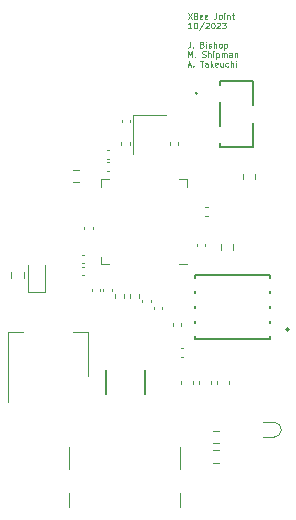
<source format=gbr>
%TF.GenerationSoftware,KiCad,Pcbnew,7.0.2*%
%TF.CreationDate,2023-10-19T19:02:44-04:00*%
%TF.ProjectId,XBee_Joint,58426565-5f4a-46f6-996e-742e6b696361,rev?*%
%TF.SameCoordinates,Original*%
%TF.FileFunction,Legend,Top*%
%TF.FilePolarity,Positive*%
%FSLAX46Y46*%
G04 Gerber Fmt 4.6, Leading zero omitted, Abs format (unit mm)*
G04 Created by KiCad (PCBNEW 7.0.2) date 2023-10-19 19:02:44*
%MOMM*%
%LPD*%
G01*
G04 APERTURE LIST*
%ADD10C,0.125000*%
%ADD11C,0.152400*%
%ADD12C,0.120000*%
%ADD13C,0.100000*%
G04 APERTURE END LIST*
D10*
X82691428Y-107648809D02*
X83024761Y-108148809D01*
X83024761Y-107648809D02*
X82691428Y-108148809D01*
X83381904Y-107886904D02*
X83453332Y-107910714D01*
X83453332Y-107910714D02*
X83477142Y-107934523D01*
X83477142Y-107934523D02*
X83500951Y-107982142D01*
X83500951Y-107982142D02*
X83500951Y-108053571D01*
X83500951Y-108053571D02*
X83477142Y-108101190D01*
X83477142Y-108101190D02*
X83453332Y-108125000D01*
X83453332Y-108125000D02*
X83405713Y-108148809D01*
X83405713Y-108148809D02*
X83215237Y-108148809D01*
X83215237Y-108148809D02*
X83215237Y-107648809D01*
X83215237Y-107648809D02*
X83381904Y-107648809D01*
X83381904Y-107648809D02*
X83429523Y-107672619D01*
X83429523Y-107672619D02*
X83453332Y-107696428D01*
X83453332Y-107696428D02*
X83477142Y-107744047D01*
X83477142Y-107744047D02*
X83477142Y-107791666D01*
X83477142Y-107791666D02*
X83453332Y-107839285D01*
X83453332Y-107839285D02*
X83429523Y-107863095D01*
X83429523Y-107863095D02*
X83381904Y-107886904D01*
X83381904Y-107886904D02*
X83215237Y-107886904D01*
X83905713Y-108125000D02*
X83858094Y-108148809D01*
X83858094Y-108148809D02*
X83762856Y-108148809D01*
X83762856Y-108148809D02*
X83715237Y-108125000D01*
X83715237Y-108125000D02*
X83691428Y-108077380D01*
X83691428Y-108077380D02*
X83691428Y-107886904D01*
X83691428Y-107886904D02*
X83715237Y-107839285D01*
X83715237Y-107839285D02*
X83762856Y-107815476D01*
X83762856Y-107815476D02*
X83858094Y-107815476D01*
X83858094Y-107815476D02*
X83905713Y-107839285D01*
X83905713Y-107839285D02*
X83929523Y-107886904D01*
X83929523Y-107886904D02*
X83929523Y-107934523D01*
X83929523Y-107934523D02*
X83691428Y-107982142D01*
X84334284Y-108125000D02*
X84286665Y-108148809D01*
X84286665Y-108148809D02*
X84191427Y-108148809D01*
X84191427Y-108148809D02*
X84143808Y-108125000D01*
X84143808Y-108125000D02*
X84119999Y-108077380D01*
X84119999Y-108077380D02*
X84119999Y-107886904D01*
X84119999Y-107886904D02*
X84143808Y-107839285D01*
X84143808Y-107839285D02*
X84191427Y-107815476D01*
X84191427Y-107815476D02*
X84286665Y-107815476D01*
X84286665Y-107815476D02*
X84334284Y-107839285D01*
X84334284Y-107839285D02*
X84358094Y-107886904D01*
X84358094Y-107886904D02*
X84358094Y-107934523D01*
X84358094Y-107934523D02*
X84119999Y-107982142D01*
X85096188Y-107648809D02*
X85096188Y-108005952D01*
X85096188Y-108005952D02*
X85072379Y-108077380D01*
X85072379Y-108077380D02*
X85024760Y-108125000D01*
X85024760Y-108125000D02*
X84953331Y-108148809D01*
X84953331Y-108148809D02*
X84905712Y-108148809D01*
X85405712Y-108148809D02*
X85358093Y-108125000D01*
X85358093Y-108125000D02*
X85334283Y-108101190D01*
X85334283Y-108101190D02*
X85310474Y-108053571D01*
X85310474Y-108053571D02*
X85310474Y-107910714D01*
X85310474Y-107910714D02*
X85334283Y-107863095D01*
X85334283Y-107863095D02*
X85358093Y-107839285D01*
X85358093Y-107839285D02*
X85405712Y-107815476D01*
X85405712Y-107815476D02*
X85477140Y-107815476D01*
X85477140Y-107815476D02*
X85524759Y-107839285D01*
X85524759Y-107839285D02*
X85548569Y-107863095D01*
X85548569Y-107863095D02*
X85572378Y-107910714D01*
X85572378Y-107910714D02*
X85572378Y-108053571D01*
X85572378Y-108053571D02*
X85548569Y-108101190D01*
X85548569Y-108101190D02*
X85524759Y-108125000D01*
X85524759Y-108125000D02*
X85477140Y-108148809D01*
X85477140Y-108148809D02*
X85405712Y-108148809D01*
X85786664Y-108148809D02*
X85786664Y-107815476D01*
X85786664Y-107648809D02*
X85762855Y-107672619D01*
X85762855Y-107672619D02*
X85786664Y-107696428D01*
X85786664Y-107696428D02*
X85810474Y-107672619D01*
X85810474Y-107672619D02*
X85786664Y-107648809D01*
X85786664Y-107648809D02*
X85786664Y-107696428D01*
X86024759Y-107815476D02*
X86024759Y-108148809D01*
X86024759Y-107863095D02*
X86048569Y-107839285D01*
X86048569Y-107839285D02*
X86096188Y-107815476D01*
X86096188Y-107815476D02*
X86167616Y-107815476D01*
X86167616Y-107815476D02*
X86215235Y-107839285D01*
X86215235Y-107839285D02*
X86239045Y-107886904D01*
X86239045Y-107886904D02*
X86239045Y-108148809D01*
X86405712Y-107815476D02*
X86596188Y-107815476D01*
X86477140Y-107648809D02*
X86477140Y-108077380D01*
X86477140Y-108077380D02*
X86500950Y-108125000D01*
X86500950Y-108125000D02*
X86548569Y-108148809D01*
X86548569Y-108148809D02*
X86596188Y-108148809D01*
X83000952Y-108958809D02*
X82715238Y-108958809D01*
X82858095Y-108958809D02*
X82858095Y-108458809D01*
X82858095Y-108458809D02*
X82810476Y-108530238D01*
X82810476Y-108530238D02*
X82762857Y-108577857D01*
X82762857Y-108577857D02*
X82715238Y-108601666D01*
X83310475Y-108458809D02*
X83358094Y-108458809D01*
X83358094Y-108458809D02*
X83405713Y-108482619D01*
X83405713Y-108482619D02*
X83429523Y-108506428D01*
X83429523Y-108506428D02*
X83453332Y-108554047D01*
X83453332Y-108554047D02*
X83477142Y-108649285D01*
X83477142Y-108649285D02*
X83477142Y-108768333D01*
X83477142Y-108768333D02*
X83453332Y-108863571D01*
X83453332Y-108863571D02*
X83429523Y-108911190D01*
X83429523Y-108911190D02*
X83405713Y-108935000D01*
X83405713Y-108935000D02*
X83358094Y-108958809D01*
X83358094Y-108958809D02*
X83310475Y-108958809D01*
X83310475Y-108958809D02*
X83262856Y-108935000D01*
X83262856Y-108935000D02*
X83239047Y-108911190D01*
X83239047Y-108911190D02*
X83215237Y-108863571D01*
X83215237Y-108863571D02*
X83191428Y-108768333D01*
X83191428Y-108768333D02*
X83191428Y-108649285D01*
X83191428Y-108649285D02*
X83215237Y-108554047D01*
X83215237Y-108554047D02*
X83239047Y-108506428D01*
X83239047Y-108506428D02*
X83262856Y-108482619D01*
X83262856Y-108482619D02*
X83310475Y-108458809D01*
X84048570Y-108435000D02*
X83619999Y-109077857D01*
X84191428Y-108506428D02*
X84215237Y-108482619D01*
X84215237Y-108482619D02*
X84262856Y-108458809D01*
X84262856Y-108458809D02*
X84381904Y-108458809D01*
X84381904Y-108458809D02*
X84429523Y-108482619D01*
X84429523Y-108482619D02*
X84453332Y-108506428D01*
X84453332Y-108506428D02*
X84477142Y-108554047D01*
X84477142Y-108554047D02*
X84477142Y-108601666D01*
X84477142Y-108601666D02*
X84453332Y-108673095D01*
X84453332Y-108673095D02*
X84167618Y-108958809D01*
X84167618Y-108958809D02*
X84477142Y-108958809D01*
X84786665Y-108458809D02*
X84834284Y-108458809D01*
X84834284Y-108458809D02*
X84881903Y-108482619D01*
X84881903Y-108482619D02*
X84905713Y-108506428D01*
X84905713Y-108506428D02*
X84929522Y-108554047D01*
X84929522Y-108554047D02*
X84953332Y-108649285D01*
X84953332Y-108649285D02*
X84953332Y-108768333D01*
X84953332Y-108768333D02*
X84929522Y-108863571D01*
X84929522Y-108863571D02*
X84905713Y-108911190D01*
X84905713Y-108911190D02*
X84881903Y-108935000D01*
X84881903Y-108935000D02*
X84834284Y-108958809D01*
X84834284Y-108958809D02*
X84786665Y-108958809D01*
X84786665Y-108958809D02*
X84739046Y-108935000D01*
X84739046Y-108935000D02*
X84715237Y-108911190D01*
X84715237Y-108911190D02*
X84691427Y-108863571D01*
X84691427Y-108863571D02*
X84667618Y-108768333D01*
X84667618Y-108768333D02*
X84667618Y-108649285D01*
X84667618Y-108649285D02*
X84691427Y-108554047D01*
X84691427Y-108554047D02*
X84715237Y-108506428D01*
X84715237Y-108506428D02*
X84739046Y-108482619D01*
X84739046Y-108482619D02*
X84786665Y-108458809D01*
X85143808Y-108506428D02*
X85167617Y-108482619D01*
X85167617Y-108482619D02*
X85215236Y-108458809D01*
X85215236Y-108458809D02*
X85334284Y-108458809D01*
X85334284Y-108458809D02*
X85381903Y-108482619D01*
X85381903Y-108482619D02*
X85405712Y-108506428D01*
X85405712Y-108506428D02*
X85429522Y-108554047D01*
X85429522Y-108554047D02*
X85429522Y-108601666D01*
X85429522Y-108601666D02*
X85405712Y-108673095D01*
X85405712Y-108673095D02*
X85119998Y-108958809D01*
X85119998Y-108958809D02*
X85429522Y-108958809D01*
X85596188Y-108458809D02*
X85905712Y-108458809D01*
X85905712Y-108458809D02*
X85739045Y-108649285D01*
X85739045Y-108649285D02*
X85810474Y-108649285D01*
X85810474Y-108649285D02*
X85858093Y-108673095D01*
X85858093Y-108673095D02*
X85881902Y-108696904D01*
X85881902Y-108696904D02*
X85905712Y-108744523D01*
X85905712Y-108744523D02*
X85905712Y-108863571D01*
X85905712Y-108863571D02*
X85881902Y-108911190D01*
X85881902Y-108911190D02*
X85858093Y-108935000D01*
X85858093Y-108935000D02*
X85810474Y-108958809D01*
X85810474Y-108958809D02*
X85667617Y-108958809D01*
X85667617Y-108958809D02*
X85619998Y-108935000D01*
X85619998Y-108935000D02*
X85596188Y-108911190D01*
X82881904Y-110078809D02*
X82881904Y-110435952D01*
X82881904Y-110435952D02*
X82858095Y-110507380D01*
X82858095Y-110507380D02*
X82810476Y-110555000D01*
X82810476Y-110555000D02*
X82739047Y-110578809D01*
X82739047Y-110578809D02*
X82691428Y-110578809D01*
X83119999Y-110531190D02*
X83143809Y-110555000D01*
X83143809Y-110555000D02*
X83119999Y-110578809D01*
X83119999Y-110578809D02*
X83096190Y-110555000D01*
X83096190Y-110555000D02*
X83119999Y-110531190D01*
X83119999Y-110531190D02*
X83119999Y-110578809D01*
X83905713Y-110316904D02*
X83977141Y-110340714D01*
X83977141Y-110340714D02*
X84000951Y-110364523D01*
X84000951Y-110364523D02*
X84024760Y-110412142D01*
X84024760Y-110412142D02*
X84024760Y-110483571D01*
X84024760Y-110483571D02*
X84000951Y-110531190D01*
X84000951Y-110531190D02*
X83977141Y-110555000D01*
X83977141Y-110555000D02*
X83929522Y-110578809D01*
X83929522Y-110578809D02*
X83739046Y-110578809D01*
X83739046Y-110578809D02*
X83739046Y-110078809D01*
X83739046Y-110078809D02*
X83905713Y-110078809D01*
X83905713Y-110078809D02*
X83953332Y-110102619D01*
X83953332Y-110102619D02*
X83977141Y-110126428D01*
X83977141Y-110126428D02*
X84000951Y-110174047D01*
X84000951Y-110174047D02*
X84000951Y-110221666D01*
X84000951Y-110221666D02*
X83977141Y-110269285D01*
X83977141Y-110269285D02*
X83953332Y-110293095D01*
X83953332Y-110293095D02*
X83905713Y-110316904D01*
X83905713Y-110316904D02*
X83739046Y-110316904D01*
X84239046Y-110578809D02*
X84239046Y-110245476D01*
X84239046Y-110078809D02*
X84215237Y-110102619D01*
X84215237Y-110102619D02*
X84239046Y-110126428D01*
X84239046Y-110126428D02*
X84262856Y-110102619D01*
X84262856Y-110102619D02*
X84239046Y-110078809D01*
X84239046Y-110078809D02*
X84239046Y-110126428D01*
X84453332Y-110555000D02*
X84500951Y-110578809D01*
X84500951Y-110578809D02*
X84596189Y-110578809D01*
X84596189Y-110578809D02*
X84643808Y-110555000D01*
X84643808Y-110555000D02*
X84667617Y-110507380D01*
X84667617Y-110507380D02*
X84667617Y-110483571D01*
X84667617Y-110483571D02*
X84643808Y-110435952D01*
X84643808Y-110435952D02*
X84596189Y-110412142D01*
X84596189Y-110412142D02*
X84524760Y-110412142D01*
X84524760Y-110412142D02*
X84477141Y-110388333D01*
X84477141Y-110388333D02*
X84453332Y-110340714D01*
X84453332Y-110340714D02*
X84453332Y-110316904D01*
X84453332Y-110316904D02*
X84477141Y-110269285D01*
X84477141Y-110269285D02*
X84524760Y-110245476D01*
X84524760Y-110245476D02*
X84596189Y-110245476D01*
X84596189Y-110245476D02*
X84643808Y-110269285D01*
X84881903Y-110578809D02*
X84881903Y-110078809D01*
X85096189Y-110578809D02*
X85096189Y-110316904D01*
X85096189Y-110316904D02*
X85072379Y-110269285D01*
X85072379Y-110269285D02*
X85024760Y-110245476D01*
X85024760Y-110245476D02*
X84953332Y-110245476D01*
X84953332Y-110245476D02*
X84905713Y-110269285D01*
X84905713Y-110269285D02*
X84881903Y-110293095D01*
X85405713Y-110578809D02*
X85358094Y-110555000D01*
X85358094Y-110555000D02*
X85334284Y-110531190D01*
X85334284Y-110531190D02*
X85310475Y-110483571D01*
X85310475Y-110483571D02*
X85310475Y-110340714D01*
X85310475Y-110340714D02*
X85334284Y-110293095D01*
X85334284Y-110293095D02*
X85358094Y-110269285D01*
X85358094Y-110269285D02*
X85405713Y-110245476D01*
X85405713Y-110245476D02*
X85477141Y-110245476D01*
X85477141Y-110245476D02*
X85524760Y-110269285D01*
X85524760Y-110269285D02*
X85548570Y-110293095D01*
X85548570Y-110293095D02*
X85572379Y-110340714D01*
X85572379Y-110340714D02*
X85572379Y-110483571D01*
X85572379Y-110483571D02*
X85548570Y-110531190D01*
X85548570Y-110531190D02*
X85524760Y-110555000D01*
X85524760Y-110555000D02*
X85477141Y-110578809D01*
X85477141Y-110578809D02*
X85405713Y-110578809D01*
X85786665Y-110245476D02*
X85786665Y-110745476D01*
X85786665Y-110269285D02*
X85834284Y-110245476D01*
X85834284Y-110245476D02*
X85929522Y-110245476D01*
X85929522Y-110245476D02*
X85977141Y-110269285D01*
X85977141Y-110269285D02*
X86000951Y-110293095D01*
X86000951Y-110293095D02*
X86024760Y-110340714D01*
X86024760Y-110340714D02*
X86024760Y-110483571D01*
X86024760Y-110483571D02*
X86000951Y-110531190D01*
X86000951Y-110531190D02*
X85977141Y-110555000D01*
X85977141Y-110555000D02*
X85929522Y-110578809D01*
X85929522Y-110578809D02*
X85834284Y-110578809D01*
X85834284Y-110578809D02*
X85786665Y-110555000D01*
X82739047Y-111388809D02*
X82739047Y-110888809D01*
X82739047Y-110888809D02*
X82905714Y-111245952D01*
X82905714Y-111245952D02*
X83072380Y-110888809D01*
X83072380Y-110888809D02*
X83072380Y-111388809D01*
X83310476Y-111341190D02*
X83334286Y-111365000D01*
X83334286Y-111365000D02*
X83310476Y-111388809D01*
X83310476Y-111388809D02*
X83286667Y-111365000D01*
X83286667Y-111365000D02*
X83310476Y-111341190D01*
X83310476Y-111341190D02*
X83310476Y-111388809D01*
X83905714Y-111365000D02*
X83977142Y-111388809D01*
X83977142Y-111388809D02*
X84096190Y-111388809D01*
X84096190Y-111388809D02*
X84143809Y-111365000D01*
X84143809Y-111365000D02*
X84167618Y-111341190D01*
X84167618Y-111341190D02*
X84191428Y-111293571D01*
X84191428Y-111293571D02*
X84191428Y-111245952D01*
X84191428Y-111245952D02*
X84167618Y-111198333D01*
X84167618Y-111198333D02*
X84143809Y-111174523D01*
X84143809Y-111174523D02*
X84096190Y-111150714D01*
X84096190Y-111150714D02*
X84000952Y-111126904D01*
X84000952Y-111126904D02*
X83953333Y-111103095D01*
X83953333Y-111103095D02*
X83929523Y-111079285D01*
X83929523Y-111079285D02*
X83905714Y-111031666D01*
X83905714Y-111031666D02*
X83905714Y-110984047D01*
X83905714Y-110984047D02*
X83929523Y-110936428D01*
X83929523Y-110936428D02*
X83953333Y-110912619D01*
X83953333Y-110912619D02*
X84000952Y-110888809D01*
X84000952Y-110888809D02*
X84119999Y-110888809D01*
X84119999Y-110888809D02*
X84191428Y-110912619D01*
X84405713Y-111388809D02*
X84405713Y-110888809D01*
X84619999Y-111388809D02*
X84619999Y-111126904D01*
X84619999Y-111126904D02*
X84596189Y-111079285D01*
X84596189Y-111079285D02*
X84548570Y-111055476D01*
X84548570Y-111055476D02*
X84477142Y-111055476D01*
X84477142Y-111055476D02*
X84429523Y-111079285D01*
X84429523Y-111079285D02*
X84405713Y-111103095D01*
X84858094Y-111388809D02*
X84858094Y-111055476D01*
X84858094Y-110888809D02*
X84834285Y-110912619D01*
X84834285Y-110912619D02*
X84858094Y-110936428D01*
X84858094Y-110936428D02*
X84881904Y-110912619D01*
X84881904Y-110912619D02*
X84858094Y-110888809D01*
X84858094Y-110888809D02*
X84858094Y-110936428D01*
X85096189Y-111055476D02*
X85096189Y-111555476D01*
X85096189Y-111079285D02*
X85143808Y-111055476D01*
X85143808Y-111055476D02*
X85239046Y-111055476D01*
X85239046Y-111055476D02*
X85286665Y-111079285D01*
X85286665Y-111079285D02*
X85310475Y-111103095D01*
X85310475Y-111103095D02*
X85334284Y-111150714D01*
X85334284Y-111150714D02*
X85334284Y-111293571D01*
X85334284Y-111293571D02*
X85310475Y-111341190D01*
X85310475Y-111341190D02*
X85286665Y-111365000D01*
X85286665Y-111365000D02*
X85239046Y-111388809D01*
X85239046Y-111388809D02*
X85143808Y-111388809D01*
X85143808Y-111388809D02*
X85096189Y-111365000D01*
X85548570Y-111388809D02*
X85548570Y-111055476D01*
X85548570Y-111103095D02*
X85572380Y-111079285D01*
X85572380Y-111079285D02*
X85619999Y-111055476D01*
X85619999Y-111055476D02*
X85691427Y-111055476D01*
X85691427Y-111055476D02*
X85739046Y-111079285D01*
X85739046Y-111079285D02*
X85762856Y-111126904D01*
X85762856Y-111126904D02*
X85762856Y-111388809D01*
X85762856Y-111126904D02*
X85786665Y-111079285D01*
X85786665Y-111079285D02*
X85834284Y-111055476D01*
X85834284Y-111055476D02*
X85905713Y-111055476D01*
X85905713Y-111055476D02*
X85953332Y-111079285D01*
X85953332Y-111079285D02*
X85977142Y-111126904D01*
X85977142Y-111126904D02*
X85977142Y-111388809D01*
X86429523Y-111388809D02*
X86429523Y-111126904D01*
X86429523Y-111126904D02*
X86405713Y-111079285D01*
X86405713Y-111079285D02*
X86358094Y-111055476D01*
X86358094Y-111055476D02*
X86262856Y-111055476D01*
X86262856Y-111055476D02*
X86215237Y-111079285D01*
X86429523Y-111365000D02*
X86381904Y-111388809D01*
X86381904Y-111388809D02*
X86262856Y-111388809D01*
X86262856Y-111388809D02*
X86215237Y-111365000D01*
X86215237Y-111365000D02*
X86191428Y-111317380D01*
X86191428Y-111317380D02*
X86191428Y-111269761D01*
X86191428Y-111269761D02*
X86215237Y-111222142D01*
X86215237Y-111222142D02*
X86262856Y-111198333D01*
X86262856Y-111198333D02*
X86381904Y-111198333D01*
X86381904Y-111198333D02*
X86429523Y-111174523D01*
X86667618Y-111055476D02*
X86667618Y-111388809D01*
X86667618Y-111103095D02*
X86691428Y-111079285D01*
X86691428Y-111079285D02*
X86739047Y-111055476D01*
X86739047Y-111055476D02*
X86810475Y-111055476D01*
X86810475Y-111055476D02*
X86858094Y-111079285D01*
X86858094Y-111079285D02*
X86881904Y-111126904D01*
X86881904Y-111126904D02*
X86881904Y-111388809D01*
X82715238Y-112055952D02*
X82953333Y-112055952D01*
X82667619Y-112198809D02*
X82834285Y-111698809D01*
X82834285Y-111698809D02*
X83000952Y-112198809D01*
X83167618Y-112151190D02*
X83191428Y-112175000D01*
X83191428Y-112175000D02*
X83167618Y-112198809D01*
X83167618Y-112198809D02*
X83143809Y-112175000D01*
X83143809Y-112175000D02*
X83167618Y-112151190D01*
X83167618Y-112151190D02*
X83167618Y-112198809D01*
X83715237Y-111698809D02*
X84000951Y-111698809D01*
X83858094Y-112198809D02*
X83858094Y-111698809D01*
X84381903Y-112198809D02*
X84381903Y-111936904D01*
X84381903Y-111936904D02*
X84358093Y-111889285D01*
X84358093Y-111889285D02*
X84310474Y-111865476D01*
X84310474Y-111865476D02*
X84215236Y-111865476D01*
X84215236Y-111865476D02*
X84167617Y-111889285D01*
X84381903Y-112175000D02*
X84334284Y-112198809D01*
X84334284Y-112198809D02*
X84215236Y-112198809D01*
X84215236Y-112198809D02*
X84167617Y-112175000D01*
X84167617Y-112175000D02*
X84143808Y-112127380D01*
X84143808Y-112127380D02*
X84143808Y-112079761D01*
X84143808Y-112079761D02*
X84167617Y-112032142D01*
X84167617Y-112032142D02*
X84215236Y-112008333D01*
X84215236Y-112008333D02*
X84334284Y-112008333D01*
X84334284Y-112008333D02*
X84381903Y-111984523D01*
X84619998Y-112198809D02*
X84619998Y-111698809D01*
X84667617Y-112008333D02*
X84810474Y-112198809D01*
X84810474Y-111865476D02*
X84619998Y-112055952D01*
X85215236Y-112175000D02*
X85167617Y-112198809D01*
X85167617Y-112198809D02*
X85072379Y-112198809D01*
X85072379Y-112198809D02*
X85024760Y-112175000D01*
X85024760Y-112175000D02*
X85000951Y-112127380D01*
X85000951Y-112127380D02*
X85000951Y-111936904D01*
X85000951Y-111936904D02*
X85024760Y-111889285D01*
X85024760Y-111889285D02*
X85072379Y-111865476D01*
X85072379Y-111865476D02*
X85167617Y-111865476D01*
X85167617Y-111865476D02*
X85215236Y-111889285D01*
X85215236Y-111889285D02*
X85239046Y-111936904D01*
X85239046Y-111936904D02*
X85239046Y-111984523D01*
X85239046Y-111984523D02*
X85000951Y-112032142D01*
X85667617Y-111865476D02*
X85667617Y-112198809D01*
X85453331Y-111865476D02*
X85453331Y-112127380D01*
X85453331Y-112127380D02*
X85477141Y-112175000D01*
X85477141Y-112175000D02*
X85524760Y-112198809D01*
X85524760Y-112198809D02*
X85596188Y-112198809D01*
X85596188Y-112198809D02*
X85643807Y-112175000D01*
X85643807Y-112175000D02*
X85667617Y-112151190D01*
X86119998Y-112175000D02*
X86072379Y-112198809D01*
X86072379Y-112198809D02*
X85977141Y-112198809D01*
X85977141Y-112198809D02*
X85929522Y-112175000D01*
X85929522Y-112175000D02*
X85905712Y-112151190D01*
X85905712Y-112151190D02*
X85881903Y-112103571D01*
X85881903Y-112103571D02*
X85881903Y-111960714D01*
X85881903Y-111960714D02*
X85905712Y-111913095D01*
X85905712Y-111913095D02*
X85929522Y-111889285D01*
X85929522Y-111889285D02*
X85977141Y-111865476D01*
X85977141Y-111865476D02*
X86072379Y-111865476D01*
X86072379Y-111865476D02*
X86119998Y-111889285D01*
X86334283Y-112198809D02*
X86334283Y-111698809D01*
X86548569Y-112198809D02*
X86548569Y-111936904D01*
X86548569Y-111936904D02*
X86524759Y-111889285D01*
X86524759Y-111889285D02*
X86477140Y-111865476D01*
X86477140Y-111865476D02*
X86405712Y-111865476D01*
X86405712Y-111865476D02*
X86358093Y-111889285D01*
X86358093Y-111889285D02*
X86334283Y-111913095D01*
X86786664Y-112198809D02*
X86786664Y-111865476D01*
X86786664Y-111698809D02*
X86762855Y-111722619D01*
X86762855Y-111722619D02*
X86786664Y-111746428D01*
X86786664Y-111746428D02*
X86810474Y-111722619D01*
X86810474Y-111722619D02*
X86786664Y-111698809D01*
X86786664Y-111698809D02*
X86786664Y-111746428D01*
D11*
%TO.C,U5*%
X75789000Y-137866700D02*
X75789000Y-139873300D01*
X79091000Y-139873300D02*
X79091000Y-137866700D01*
D12*
%TO.C,J2*%
X72670000Y-146220000D02*
X72670000Y-144420000D01*
X72670000Y-148320000D02*
X72670000Y-149470000D01*
X82010000Y-148320000D02*
X82010000Y-149470000D01*
X82010000Y-146220000D02*
X82010000Y-144420000D01*
%TO.C,Y1*%
X78085000Y-116265000D02*
X78085000Y-119565000D01*
X80885000Y-116265000D02*
X78085000Y-116265000D01*
D11*
%TO.C,U4*%
X91225400Y-134445000D02*
G75*
G03*
X91225400Y-134445000I-101600J0D01*
G01*
X89625200Y-129860300D02*
X83275200Y-129860300D01*
X83275200Y-129860300D02*
X83275200Y-130086360D01*
X83275200Y-135219700D02*
X89625200Y-135219700D01*
X89625200Y-135219700D02*
X89625200Y-134993640D01*
X89625200Y-133896360D02*
X89625200Y-133723640D01*
X89625200Y-132626360D02*
X89625200Y-132453640D01*
X89625200Y-131356360D02*
X89625200Y-131183640D01*
X89625200Y-130086360D02*
X89625200Y-129860300D01*
X83275200Y-131183640D02*
X83275200Y-131356360D01*
X83275200Y-132453640D02*
X83275200Y-132626360D01*
X83275200Y-133723640D02*
X83275200Y-133896360D01*
X83275200Y-134993640D02*
X83275200Y-135219700D01*
D12*
%TO.C,U2*%
X67450000Y-134620000D02*
X68710000Y-134620000D01*
X74270000Y-134620000D02*
X73010000Y-134620000D01*
X74270000Y-138380000D02*
X74270000Y-134620000D01*
X67450000Y-140630000D02*
X67450000Y-134620000D01*
%TO.C,U1*%
X76025000Y-128920000D02*
X75375000Y-128920000D01*
X75375000Y-128920000D02*
X75375000Y-128270000D01*
X81945000Y-121700000D02*
X82595000Y-121700000D01*
X82595000Y-121700000D02*
X82595000Y-122350000D01*
X76025000Y-121700000D02*
X75375000Y-121700000D01*
X75375000Y-121700000D02*
X75375000Y-122350000D01*
X81945000Y-128920000D02*
X82595000Y-128920000D01*
D11*
%TO.C,SW2*%
X88183900Y-113370700D02*
X85440700Y-113370700D01*
X85440700Y-113370700D02*
X85440700Y-113714459D01*
X85440700Y-115191138D02*
X85440700Y-117214462D01*
X88183900Y-115464460D02*
X88183900Y-113370700D01*
X85440700Y-118691141D02*
X85440700Y-119034900D01*
X88183900Y-119034900D02*
X88183900Y-116941140D01*
X85440700Y-119034900D02*
X88183900Y-119034900D01*
X83481001Y-114452800D02*
G75*
G03*
X83481001Y-114452800I-76200J0D01*
G01*
D12*
%TO.C,R10*%
X84795276Y-144062500D02*
X85304724Y-144062500D01*
X84795276Y-143017500D02*
X85304724Y-143017500D01*
%TO.C,R9*%
X85294724Y-144677500D02*
X84785276Y-144677500D01*
X85294724Y-145722500D02*
X84785276Y-145722500D01*
%TO.C,R8*%
X86512500Y-127677258D02*
X86512500Y-127202742D01*
X85467500Y-127677258D02*
X85467500Y-127202742D01*
%TO.C,R7*%
X87377500Y-121242742D02*
X87377500Y-121717258D01*
X88422500Y-121242742D02*
X88422500Y-121717258D01*
%TO.C,R6*%
X68808750Y-130064758D02*
X68808750Y-129590242D01*
X67763750Y-130064758D02*
X67763750Y-129590242D01*
%TO.C,R4*%
X72992742Y-121952500D02*
X73467258Y-121952500D01*
X72992742Y-120907500D02*
X73467258Y-120907500D01*
%TO.C,R3*%
X76550000Y-131763641D02*
X76550000Y-131456359D01*
X77310000Y-131763641D02*
X77310000Y-131456359D01*
%TO.C,R2*%
X77800000Y-131773641D02*
X77800000Y-131466359D01*
X78560000Y-131773641D02*
X78560000Y-131466359D01*
%TO.C,R1*%
X77070000Y-118597164D02*
X77070000Y-118812836D01*
X77790000Y-118597164D02*
X77790000Y-118812836D01*
D13*
%TO.C,J1*%
X89978500Y-143570000D02*
X89089500Y-143570000D01*
X89978500Y-142300000D02*
X89089500Y-142300000D01*
X89978500Y-143570000D02*
G75*
G03*
X89978500Y-142300000I0J635000D01*
G01*
D12*
%TO.C,D1*%
X69141250Y-129027500D02*
X69141250Y-131312500D01*
X69141250Y-131312500D02*
X70611250Y-131312500D01*
X70611250Y-131312500D02*
X70611250Y-129027500D01*
%TO.C,C18*%
X82100000Y-138809420D02*
X82100000Y-139090580D01*
X83120000Y-138809420D02*
X83120000Y-139090580D01*
%TO.C,C17*%
X85160000Y-138809420D02*
X85160000Y-139090580D01*
X86180000Y-138809420D02*
X86180000Y-139090580D01*
%TO.C,C16*%
X83630000Y-138804420D02*
X83630000Y-139085580D01*
X84650000Y-138804420D02*
X84650000Y-139085580D01*
%TO.C,C15*%
X73927836Y-128105000D02*
X73712164Y-128105000D01*
X73927836Y-128825000D02*
X73712164Y-128825000D01*
%TO.C,C14*%
X73927836Y-129145000D02*
X73712164Y-129145000D01*
X73927836Y-129865000D02*
X73712164Y-129865000D01*
%TO.C,C13*%
X82327836Y-136050000D02*
X82112164Y-136050000D01*
X82327836Y-136770000D02*
X82112164Y-136770000D01*
%TO.C,C12*%
X84152164Y-124840000D02*
X84367836Y-124840000D01*
X84152164Y-124120000D02*
X84367836Y-124120000D01*
%TO.C,C11*%
X79810000Y-132527164D02*
X79810000Y-132742836D01*
X80530000Y-132527164D02*
X80530000Y-132742836D01*
%TO.C,C10*%
X78820000Y-131937164D02*
X78820000Y-132152836D01*
X79540000Y-131937164D02*
X79540000Y-132152836D01*
%TO.C,C9*%
X83440000Y-127417836D02*
X83440000Y-127202164D01*
X84160000Y-127417836D02*
X84160000Y-127202164D01*
%TO.C,C8*%
X73940000Y-125762164D02*
X73940000Y-125977836D01*
X74660000Y-125762164D02*
X74660000Y-125977836D01*
%TO.C,C7*%
X76037836Y-119270000D02*
X75822164Y-119270000D01*
X76037836Y-119990000D02*
X75822164Y-119990000D01*
%TO.C,C6*%
X74560000Y-130982164D02*
X74560000Y-131197836D01*
X75280000Y-130982164D02*
X75280000Y-131197836D01*
%TO.C,C5*%
X75550000Y-130992164D02*
X75550000Y-131207836D01*
X76270000Y-130992164D02*
X76270000Y-131207836D01*
%TO.C,C4*%
X76047836Y-120270000D02*
X75832164Y-120270000D01*
X76047836Y-120990000D02*
X75832164Y-120990000D01*
%TO.C,C3*%
X77800000Y-116922836D02*
X77800000Y-116707164D01*
X77080000Y-116922836D02*
X77080000Y-116707164D01*
%TO.C,C2*%
X81890000Y-118812836D02*
X81890000Y-118597164D01*
X81170000Y-118812836D02*
X81170000Y-118597164D01*
%TO.C,C1*%
X81400000Y-133937164D02*
X81400000Y-134152836D01*
X82120000Y-133937164D02*
X82120000Y-134152836D01*
%TD*%
M02*

</source>
